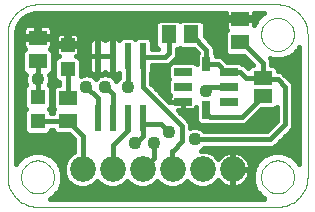
<source format=gtl>
G75*
G70*
%OFA0B0*%
%FSLAX24Y24*%
%IPPOS*%
%LPD*%
%AMOC8*
5,1,8,0,0,1.08239X$1,22.5*
%
%ADD10C,0.0000*%
%ADD11R,0.0591X0.0252*%
%ADD12R,0.0252X0.0591*%
%ADD13R,0.0252X0.0500*%
%ADD14R,0.0236X0.0866*%
%ADD15C,0.0860*%
%ADD16R,0.0500X0.0500*%
%ADD17R,0.0630X0.0512*%
%ADD18R,0.0630X0.0460*%
%ADD19R,0.0512X0.0591*%
%ADD20R,0.0472X0.0472*%
%ADD21R,0.0591X0.0512*%
%ADD22C,0.0160*%
%ADD23C,0.0436*%
D10*
X001440Y000440D02*
X009440Y000440D01*
X008889Y001440D02*
X008891Y001487D01*
X008897Y001533D01*
X008907Y001579D01*
X008920Y001624D01*
X008938Y001667D01*
X008959Y001709D01*
X008983Y001749D01*
X009011Y001786D01*
X009042Y001821D01*
X009076Y001854D01*
X009112Y001883D01*
X009151Y001909D01*
X009192Y001932D01*
X009235Y001951D01*
X009279Y001967D01*
X009324Y001979D01*
X009370Y001987D01*
X009417Y001991D01*
X009463Y001991D01*
X009510Y001987D01*
X009556Y001979D01*
X009601Y001967D01*
X009645Y001951D01*
X009688Y001932D01*
X009729Y001909D01*
X009768Y001883D01*
X009804Y001854D01*
X009838Y001821D01*
X009869Y001786D01*
X009897Y001749D01*
X009921Y001709D01*
X009942Y001667D01*
X009960Y001624D01*
X009973Y001579D01*
X009983Y001533D01*
X009989Y001487D01*
X009991Y001440D01*
X009989Y001393D01*
X009983Y001347D01*
X009973Y001301D01*
X009960Y001256D01*
X009942Y001213D01*
X009921Y001171D01*
X009897Y001131D01*
X009869Y001094D01*
X009838Y001059D01*
X009804Y001026D01*
X009768Y000997D01*
X009729Y000971D01*
X009688Y000948D01*
X009645Y000929D01*
X009601Y000913D01*
X009556Y000901D01*
X009510Y000893D01*
X009463Y000889D01*
X009417Y000889D01*
X009370Y000893D01*
X009324Y000901D01*
X009279Y000913D01*
X009235Y000929D01*
X009192Y000948D01*
X009151Y000971D01*
X009112Y000997D01*
X009076Y001026D01*
X009042Y001059D01*
X009011Y001094D01*
X008983Y001131D01*
X008959Y001171D01*
X008938Y001213D01*
X008920Y001256D01*
X008907Y001301D01*
X008897Y001347D01*
X008891Y001393D01*
X008889Y001440D01*
X009440Y000440D02*
X009500Y000442D01*
X009561Y000447D01*
X009620Y000456D01*
X009679Y000469D01*
X009738Y000485D01*
X009795Y000505D01*
X009850Y000528D01*
X009905Y000555D01*
X009957Y000584D01*
X010008Y000617D01*
X010057Y000653D01*
X010103Y000691D01*
X010147Y000733D01*
X010189Y000777D01*
X010227Y000823D01*
X010263Y000872D01*
X010296Y000923D01*
X010325Y000975D01*
X010352Y001030D01*
X010375Y001085D01*
X010395Y001142D01*
X010411Y001201D01*
X010424Y001260D01*
X010433Y001319D01*
X010438Y001380D01*
X010440Y001440D01*
X010440Y006190D01*
X008889Y006190D02*
X008891Y006237D01*
X008897Y006283D01*
X008907Y006329D01*
X008920Y006374D01*
X008938Y006417D01*
X008959Y006459D01*
X008983Y006499D01*
X009011Y006536D01*
X009042Y006571D01*
X009076Y006604D01*
X009112Y006633D01*
X009151Y006659D01*
X009192Y006682D01*
X009235Y006701D01*
X009279Y006717D01*
X009324Y006729D01*
X009370Y006737D01*
X009417Y006741D01*
X009463Y006741D01*
X009510Y006737D01*
X009556Y006729D01*
X009601Y006717D01*
X009645Y006701D01*
X009688Y006682D01*
X009729Y006659D01*
X009768Y006633D01*
X009804Y006604D01*
X009838Y006571D01*
X009869Y006536D01*
X009897Y006499D01*
X009921Y006459D01*
X009942Y006417D01*
X009960Y006374D01*
X009973Y006329D01*
X009983Y006283D01*
X009989Y006237D01*
X009991Y006190D01*
X009989Y006143D01*
X009983Y006097D01*
X009973Y006051D01*
X009960Y006006D01*
X009942Y005963D01*
X009921Y005921D01*
X009897Y005881D01*
X009869Y005844D01*
X009838Y005809D01*
X009804Y005776D01*
X009768Y005747D01*
X009729Y005721D01*
X009688Y005698D01*
X009645Y005679D01*
X009601Y005663D01*
X009556Y005651D01*
X009510Y005643D01*
X009463Y005639D01*
X009417Y005639D01*
X009370Y005643D01*
X009324Y005651D01*
X009279Y005663D01*
X009235Y005679D01*
X009192Y005698D01*
X009151Y005721D01*
X009112Y005747D01*
X009076Y005776D01*
X009042Y005809D01*
X009011Y005844D01*
X008983Y005881D01*
X008959Y005921D01*
X008938Y005963D01*
X008920Y006006D01*
X008907Y006051D01*
X008897Y006097D01*
X008891Y006143D01*
X008889Y006190D01*
X009440Y007190D02*
X009500Y007188D01*
X009561Y007183D01*
X009620Y007174D01*
X009679Y007161D01*
X009738Y007145D01*
X009795Y007125D01*
X009850Y007102D01*
X009905Y007075D01*
X009957Y007046D01*
X010008Y007013D01*
X010057Y006977D01*
X010103Y006939D01*
X010147Y006897D01*
X010189Y006853D01*
X010227Y006807D01*
X010263Y006758D01*
X010296Y006707D01*
X010325Y006655D01*
X010352Y006600D01*
X010375Y006545D01*
X010395Y006488D01*
X010411Y006429D01*
X010424Y006370D01*
X010433Y006311D01*
X010438Y006250D01*
X010440Y006190D01*
X009440Y007190D02*
X001440Y007190D01*
X001380Y007188D01*
X001319Y007183D01*
X001260Y007174D01*
X001201Y007161D01*
X001142Y007145D01*
X001085Y007125D01*
X001030Y007102D01*
X000975Y007075D01*
X000923Y007046D01*
X000872Y007013D01*
X000823Y006977D01*
X000777Y006939D01*
X000733Y006897D01*
X000691Y006853D01*
X000653Y006807D01*
X000617Y006758D01*
X000584Y006707D01*
X000555Y006655D01*
X000528Y006600D01*
X000505Y006545D01*
X000485Y006488D01*
X000469Y006429D01*
X000456Y006370D01*
X000447Y006311D01*
X000442Y006250D01*
X000440Y006190D01*
X000440Y001440D01*
X000889Y001440D02*
X000891Y001487D01*
X000897Y001533D01*
X000907Y001579D01*
X000920Y001624D01*
X000938Y001667D01*
X000959Y001709D01*
X000983Y001749D01*
X001011Y001786D01*
X001042Y001821D01*
X001076Y001854D01*
X001112Y001883D01*
X001151Y001909D01*
X001192Y001932D01*
X001235Y001951D01*
X001279Y001967D01*
X001324Y001979D01*
X001370Y001987D01*
X001417Y001991D01*
X001463Y001991D01*
X001510Y001987D01*
X001556Y001979D01*
X001601Y001967D01*
X001645Y001951D01*
X001688Y001932D01*
X001729Y001909D01*
X001768Y001883D01*
X001804Y001854D01*
X001838Y001821D01*
X001869Y001786D01*
X001897Y001749D01*
X001921Y001709D01*
X001942Y001667D01*
X001960Y001624D01*
X001973Y001579D01*
X001983Y001533D01*
X001989Y001487D01*
X001991Y001440D01*
X001989Y001393D01*
X001983Y001347D01*
X001973Y001301D01*
X001960Y001256D01*
X001942Y001213D01*
X001921Y001171D01*
X001897Y001131D01*
X001869Y001094D01*
X001838Y001059D01*
X001804Y001026D01*
X001768Y000997D01*
X001729Y000971D01*
X001688Y000948D01*
X001645Y000929D01*
X001601Y000913D01*
X001556Y000901D01*
X001510Y000893D01*
X001463Y000889D01*
X001417Y000889D01*
X001370Y000893D01*
X001324Y000901D01*
X001279Y000913D01*
X001235Y000929D01*
X001192Y000948D01*
X001151Y000971D01*
X001112Y000997D01*
X001076Y001026D01*
X001042Y001059D01*
X001011Y001094D01*
X000983Y001131D01*
X000959Y001171D01*
X000938Y001213D01*
X000920Y001256D01*
X000907Y001301D01*
X000897Y001347D01*
X000891Y001393D01*
X000889Y001440D01*
X000440Y001440D02*
X000442Y001380D01*
X000447Y001319D01*
X000456Y001260D01*
X000469Y001201D01*
X000485Y001142D01*
X000505Y001085D01*
X000528Y001030D01*
X000555Y000975D01*
X000584Y000923D01*
X000617Y000872D01*
X000653Y000823D01*
X000691Y000777D01*
X000733Y000733D01*
X000777Y000691D01*
X000823Y000653D01*
X000872Y000617D01*
X000923Y000584D01*
X000975Y000555D01*
X001030Y000528D01*
X001085Y000505D01*
X001142Y000485D01*
X001201Y000469D01*
X001260Y000456D01*
X001319Y000447D01*
X001380Y000442D01*
X001440Y000440D01*
D11*
X006293Y003943D03*
X006293Y004440D03*
X006293Y004936D03*
X007836Y004936D03*
X007836Y004440D03*
X007836Y003943D03*
D12*
X007065Y003668D03*
D13*
X007068Y005188D03*
D14*
X004940Y005463D03*
X004440Y005463D03*
X003940Y005463D03*
X003440Y005463D03*
X003440Y003416D03*
X003940Y003416D03*
X004440Y003416D03*
X004940Y003416D03*
D15*
X004940Y001690D03*
X005940Y001690D03*
X006940Y001690D03*
X007940Y001690D03*
X003940Y001690D03*
X002940Y001690D03*
D16*
X001440Y003290D03*
X001440Y004090D03*
D17*
X001440Y005296D03*
X001440Y006083D03*
X008190Y005921D03*
X008190Y006708D03*
D18*
X008940Y004740D03*
X008940Y004140D03*
D19*
X006564Y006190D03*
X005816Y006190D03*
D20*
X002440Y005853D03*
X002440Y005026D03*
D21*
X002440Y004064D03*
X002440Y003316D03*
D22*
X002940Y002816D01*
X002940Y001690D01*
X003439Y001299D02*
X003583Y001155D01*
X003814Y001060D01*
X004065Y001060D01*
X004296Y001155D01*
X004439Y001299D01*
X004583Y001155D01*
X004814Y001060D01*
X005065Y001060D01*
X005296Y001155D01*
X005439Y001299D01*
X005583Y001155D01*
X005814Y001060D01*
X006065Y001060D01*
X006296Y001155D01*
X006439Y001299D01*
X006583Y001155D01*
X006814Y001060D01*
X007065Y001060D01*
X007296Y001155D01*
X007471Y001330D01*
X007489Y001305D01*
X007555Y001239D01*
X007630Y001185D01*
X007713Y001143D01*
X007801Y001114D01*
X007893Y001100D01*
X007911Y001100D01*
X007911Y001661D01*
X007968Y001661D01*
X007968Y001718D01*
X007911Y001718D01*
X007911Y002279D01*
X007893Y002279D01*
X007801Y002265D01*
X007713Y002236D01*
X007630Y002194D01*
X007555Y002140D01*
X007489Y002074D01*
X007471Y002049D01*
X007296Y002224D01*
X007065Y002319D01*
X006889Y002319D01*
X006926Y002335D01*
X007001Y002410D01*
X009134Y002410D01*
X009245Y002410D01*
X009348Y002452D01*
X009848Y002952D01*
X009927Y003031D01*
X009969Y003134D01*
X009969Y004384D01*
X009969Y004495D01*
X009927Y004598D01*
X009598Y004927D01*
X009495Y004969D01*
X009454Y004969D01*
X009454Y005052D01*
X009337Y005169D01*
X009219Y005169D01*
X009219Y005308D01*
X009183Y005396D01*
X009274Y005358D01*
X009605Y005358D01*
X009910Y005485D01*
X010144Y005719D01*
X010160Y005756D01*
X010160Y001873D01*
X010144Y001910D01*
X009910Y002144D01*
X009605Y002271D01*
X009274Y002271D01*
X008969Y002144D01*
X008735Y001910D01*
X008608Y001605D01*
X008608Y001274D01*
X008735Y000969D01*
X008969Y000735D01*
X009006Y000719D01*
X001873Y000719D01*
X001910Y000735D01*
X002144Y000969D01*
X002271Y001274D01*
X002271Y001605D01*
X002144Y001910D01*
X001910Y002144D01*
X001605Y002271D01*
X001274Y002271D01*
X000969Y002144D01*
X000735Y001910D01*
X000719Y001873D01*
X000719Y006134D01*
X000719Y006190D01*
X000728Y006302D01*
X000798Y006516D01*
X000930Y006699D01*
X001113Y006831D01*
X001327Y006901D01*
X001439Y006910D01*
X007715Y006910D01*
X007715Y006756D01*
X008141Y006756D01*
X008141Y006660D01*
X007715Y006660D01*
X007715Y006431D01*
X007725Y006391D01*
X007747Y006354D01*
X007758Y006343D01*
X007675Y006260D01*
X007675Y005582D01*
X007792Y005465D01*
X008331Y005465D01*
X008626Y005169D01*
X008542Y005169D01*
X008449Y005076D01*
X008352Y005173D01*
X008268Y005208D01*
X008214Y005262D01*
X007763Y005262D01*
X007600Y005425D01*
X007497Y005468D01*
X007394Y005468D01*
X007394Y005520D01*
X007348Y005566D01*
X007348Y005629D01*
X007348Y005740D01*
X007306Y005843D01*
X007019Y006130D01*
X007019Y006568D01*
X006902Y006685D01*
X006225Y006685D01*
X006189Y006649D01*
X006154Y006685D01*
X005477Y006685D01*
X005360Y006568D01*
X005360Y005811D01*
X005452Y005719D01*
X005258Y005719D01*
X005258Y005979D01*
X005140Y006096D01*
X004739Y006096D01*
X004689Y006047D01*
X004640Y006096D01*
X004239Y006096D01*
X004161Y006019D01*
X004156Y006024D01*
X004119Y006045D01*
X004079Y006056D01*
X003940Y006056D01*
X003940Y005464D01*
X003939Y005464D01*
X003939Y006056D01*
X003800Y006056D01*
X003760Y006045D01*
X003723Y006024D01*
X003693Y005994D01*
X003690Y005988D01*
X003686Y005994D01*
X003656Y006024D01*
X003619Y006045D01*
X003579Y006056D01*
X003440Y006056D01*
X003440Y005464D01*
X003439Y005464D01*
X003439Y006056D01*
X003300Y006056D01*
X003260Y006045D01*
X003223Y006024D01*
X003193Y005994D01*
X003172Y005958D01*
X003161Y005917D01*
X003161Y005463D01*
X003161Y005009D01*
X003172Y004968D01*
X003193Y004932D01*
X003223Y004902D01*
X003260Y004881D01*
X003300Y004870D01*
X003439Y004870D01*
X003439Y005463D01*
X003161Y005463D01*
X003439Y005463D01*
X003439Y005463D01*
X003440Y005463D01*
X003440Y005463D01*
X003718Y005463D01*
X003939Y005463D01*
X003939Y005463D01*
X003718Y005463D01*
X003440Y005463D01*
X003440Y004870D01*
X003579Y004870D01*
X003619Y004881D01*
X003656Y004902D01*
X003686Y004932D01*
X003690Y004939D01*
X003693Y004932D01*
X003723Y004902D01*
X003760Y004881D01*
X003800Y004870D01*
X003939Y004870D01*
X003939Y005463D01*
X003940Y005463D01*
X003940Y004870D01*
X004079Y004870D01*
X004119Y004881D01*
X004156Y004902D01*
X004160Y004906D01*
X004160Y004751D01*
X004085Y004676D01*
X004064Y004627D01*
X004044Y004676D01*
X003926Y004794D01*
X003773Y004858D01*
X003606Y004858D01*
X003453Y004794D01*
X003377Y004718D01*
X003301Y004794D01*
X003148Y004858D01*
X002981Y004858D01*
X002876Y004814D01*
X002876Y005345D01*
X002759Y005462D01*
X002718Y005462D01*
X002737Y005468D01*
X002774Y005489D01*
X002804Y005518D01*
X002825Y005555D01*
X002836Y005596D01*
X002836Y005815D01*
X002478Y005815D01*
X002478Y005891D01*
X002836Y005891D01*
X002836Y006110D01*
X002825Y006151D01*
X002804Y006187D01*
X002774Y006217D01*
X002737Y006238D01*
X002697Y006249D01*
X002478Y006249D01*
X002478Y005891D01*
X002401Y005891D01*
X002401Y005815D01*
X002043Y005815D01*
X002043Y005596D01*
X002054Y005555D01*
X002075Y005518D01*
X002105Y005489D01*
X002142Y005468D01*
X002161Y005462D01*
X002120Y005462D01*
X002003Y005345D01*
X002003Y004707D01*
X002120Y004590D01*
X002160Y004590D01*
X002160Y004519D01*
X002061Y004519D01*
X001944Y004402D01*
X001944Y003725D01*
X001980Y003689D01*
X001944Y003654D01*
X001944Y003569D01*
X001889Y003569D01*
X001889Y003622D01*
X001822Y003689D01*
X001889Y003757D01*
X001889Y004422D01*
X001813Y004499D01*
X001858Y004606D01*
X001858Y004773D01*
X001830Y004840D01*
X001837Y004840D01*
X001954Y004957D01*
X001954Y005635D01*
X001871Y005718D01*
X001882Y005729D01*
X001904Y005766D01*
X001914Y005806D01*
X002043Y005806D01*
X002043Y005891D02*
X002401Y005891D01*
X002401Y006249D01*
X002182Y006249D01*
X002142Y006238D01*
X002105Y006217D01*
X002075Y006187D01*
X002054Y006151D01*
X002043Y006110D01*
X002043Y005891D01*
X002043Y005964D02*
X001914Y005964D01*
X001914Y006035D02*
X001488Y006035D01*
X001488Y006131D01*
X001914Y006131D01*
X001914Y006360D01*
X001904Y006401D01*
X001882Y006437D01*
X001853Y006467D01*
X001816Y006488D01*
X001776Y006499D01*
X001487Y006499D01*
X001487Y006131D01*
X001391Y006131D01*
X001391Y006035D01*
X000965Y006035D01*
X000965Y005806D01*
X000719Y005806D01*
X000719Y005964D02*
X000965Y005964D01*
X000965Y005806D02*
X000975Y005766D01*
X000997Y005729D01*
X001008Y005718D01*
X000925Y005635D01*
X000925Y004957D01*
X001042Y004840D01*
X001049Y004840D01*
X001021Y004773D01*
X001021Y004606D01*
X001066Y004499D01*
X000990Y004422D01*
X000990Y003757D01*
X001057Y003689D01*
X000990Y003622D01*
X000990Y002957D01*
X001107Y002840D01*
X001772Y002840D01*
X001889Y002957D01*
X001889Y003010D01*
X001944Y003010D01*
X001944Y002977D01*
X002061Y002860D01*
X002499Y002860D01*
X002660Y002700D01*
X002660Y002255D01*
X002583Y002224D01*
X002405Y002046D01*
X002310Y001815D01*
X002310Y001564D01*
X002405Y001333D01*
X002583Y001155D01*
X002814Y001060D01*
X003065Y001060D01*
X003296Y001155D01*
X003439Y001299D01*
X003349Y001208D02*
X003530Y001208D01*
X003940Y001690D02*
X003940Y002502D01*
X004190Y002752D01*
X004283Y002846D01*
X004440Y003002D01*
X004440Y003416D01*
X003940Y003416D02*
X003940Y004190D01*
X003690Y004440D01*
X004024Y004696D02*
X004105Y004696D01*
X004160Y004854D02*
X003780Y004854D01*
X003599Y004854D02*
X003155Y004854D01*
X003161Y005013D02*
X002876Y005013D01*
X002876Y005171D02*
X003161Y005171D01*
X003161Y005330D02*
X002876Y005330D01*
X002774Y005489D02*
X003161Y005489D01*
X003439Y005489D02*
X003440Y005489D01*
X003439Y005330D02*
X003440Y005330D01*
X003439Y005171D02*
X003440Y005171D01*
X003439Y005013D02*
X003440Y005013D01*
X002974Y004854D02*
X002876Y004854D01*
X002440Y005026D02*
X002440Y004064D01*
X001944Y004062D02*
X001889Y004062D01*
X001889Y004220D02*
X001944Y004220D01*
X001944Y004379D02*
X001889Y004379D01*
X001829Y004537D02*
X002160Y004537D01*
X002015Y004696D02*
X001858Y004696D01*
X001852Y004854D02*
X002003Y004854D01*
X002003Y005013D02*
X001954Y005013D01*
X001954Y005171D02*
X002003Y005171D01*
X002003Y005330D02*
X001954Y005330D01*
X001954Y005489D02*
X002105Y005489D01*
X002043Y005647D02*
X001942Y005647D01*
X001914Y005806D02*
X001914Y006035D01*
X002047Y006123D02*
X001488Y006123D01*
X001391Y006123D02*
X000719Y006123D01*
X000727Y006281D02*
X000965Y006281D01*
X000965Y006360D02*
X000965Y006131D01*
X001391Y006131D01*
X001391Y006499D01*
X001103Y006499D01*
X001063Y006488D01*
X001026Y006467D01*
X000997Y006437D01*
X000975Y006401D01*
X000965Y006360D01*
X000999Y006440D02*
X000773Y006440D01*
X000857Y006598D02*
X005390Y006598D01*
X005360Y006440D02*
X001880Y006440D01*
X001914Y006281D02*
X005360Y006281D01*
X005360Y006123D02*
X002832Y006123D01*
X002836Y005964D02*
X003176Y005964D01*
X003161Y005806D02*
X002836Y005806D01*
X002836Y005647D02*
X003161Y005647D01*
X003439Y005647D02*
X003440Y005647D01*
X003439Y005806D02*
X003440Y005806D01*
X003439Y005964D02*
X003440Y005964D01*
X003939Y005964D02*
X003940Y005964D01*
X003939Y005806D02*
X003940Y005806D01*
X003939Y005647D02*
X003940Y005647D01*
X003939Y005489D02*
X003940Y005489D01*
X003939Y005330D02*
X003940Y005330D01*
X003939Y005171D02*
X003940Y005171D01*
X003939Y005013D02*
X003940Y005013D01*
X004440Y005463D02*
X004440Y004440D01*
X004940Y004440D02*
X006252Y003127D01*
X006252Y002627D01*
X005940Y002315D01*
X005939Y002315D01*
X005940Y001690D01*
X005315Y002065D02*
X005315Y002565D01*
X004940Y002815D02*
X004690Y002565D01*
X004940Y002815D02*
X004940Y003190D01*
X005565Y003190D01*
X005815Y002940D01*
X006347Y003427D02*
X006739Y003427D01*
X006739Y003290D02*
X006856Y003173D01*
X007102Y003173D01*
X007134Y003160D01*
X008184Y003160D01*
X008295Y003160D01*
X008398Y003202D01*
X008905Y003710D01*
X009337Y003710D01*
X009410Y003782D01*
X009410Y003305D01*
X009074Y002969D01*
X007001Y002969D01*
X006926Y003044D01*
X006773Y003108D01*
X006606Y003108D01*
X006532Y003077D01*
X006532Y003183D01*
X006489Y003286D01*
X006411Y003364D01*
X006411Y003364D01*
X006117Y003657D01*
X006293Y003657D01*
X006609Y003657D01*
X006650Y003668D01*
X006686Y003689D01*
X006716Y003719D01*
X006737Y003756D01*
X006739Y003761D01*
X006739Y003290D01*
X006759Y003269D02*
X006496Y003269D01*
X006532Y003110D02*
X009214Y003110D01*
X009373Y003269D02*
X008465Y003269D01*
X008623Y003427D02*
X009410Y003427D01*
X009410Y003586D02*
X008782Y003586D01*
X008240Y003440D02*
X008940Y004140D01*
X009372Y003745D02*
X009410Y003745D01*
X009969Y003745D02*
X010160Y003745D01*
X010160Y003903D02*
X009969Y003903D01*
X009969Y004062D02*
X010160Y004062D01*
X010160Y004220D02*
X009969Y004220D01*
X009969Y004379D02*
X010160Y004379D01*
X010160Y004537D02*
X009952Y004537D01*
X009829Y004696D02*
X010160Y004696D01*
X010160Y004854D02*
X009671Y004854D01*
X009454Y005013D02*
X010160Y005013D01*
X010160Y005171D02*
X009219Y005171D01*
X009210Y005330D02*
X010160Y005330D01*
X010160Y005489D02*
X009914Y005489D01*
X010073Y005647D02*
X010160Y005647D01*
X008940Y005252D02*
X008940Y004740D01*
X008990Y004690D01*
X009440Y004690D01*
X009690Y004440D01*
X009690Y003190D01*
X009190Y002690D01*
X006690Y002690D01*
X007069Y002318D02*
X010160Y002318D01*
X010160Y002476D02*
X009372Y002476D01*
X009531Y002635D02*
X010160Y002635D01*
X010160Y002793D02*
X009689Y002793D01*
X009848Y002952D02*
X010160Y002952D01*
X010160Y003110D02*
X009960Y003110D01*
X009969Y003269D02*
X010160Y003269D01*
X010160Y003427D02*
X009969Y003427D01*
X009969Y003586D02*
X010160Y003586D01*
X008940Y004740D02*
X008390Y004740D01*
X008193Y004936D01*
X007836Y004936D01*
X007832Y004940D01*
X007690Y004940D01*
X007441Y005188D01*
X007068Y005188D01*
X007068Y005685D01*
X006564Y006190D01*
X007019Y006281D02*
X007696Y006281D01*
X007675Y006123D02*
X007026Y006123D01*
X007185Y005964D02*
X007675Y005964D01*
X007675Y005806D02*
X007321Y005806D01*
X007348Y005647D02*
X007675Y005647D01*
X007768Y005489D02*
X007394Y005489D01*
X007695Y005330D02*
X008466Y005330D01*
X008354Y005171D02*
X008624Y005171D01*
X008940Y005252D02*
X008315Y005877D01*
X008252Y005877D01*
X008296Y005921D01*
X008190Y005921D01*
X007715Y006440D02*
X007019Y006440D01*
X006989Y006598D02*
X007715Y006598D01*
X007715Y006757D02*
X001011Y006757D01*
X001391Y006440D02*
X001487Y006440D01*
X001487Y006281D02*
X001391Y006281D01*
X000937Y005647D02*
X000719Y005647D01*
X000719Y005489D02*
X000925Y005489D01*
X000925Y005330D02*
X000719Y005330D01*
X000719Y005171D02*
X000925Y005171D01*
X000925Y005013D02*
X000719Y005013D01*
X000719Y004854D02*
X001027Y004854D01*
X001021Y004696D02*
X000719Y004696D01*
X000719Y004537D02*
X001050Y004537D01*
X000990Y004379D02*
X000719Y004379D01*
X000719Y004220D02*
X000990Y004220D01*
X000990Y004062D02*
X000719Y004062D01*
X000719Y003903D02*
X000990Y003903D01*
X001002Y003745D02*
X000719Y003745D01*
X000719Y003586D02*
X000990Y003586D01*
X000990Y003427D02*
X000719Y003427D01*
X000719Y003269D02*
X000990Y003269D01*
X000990Y003110D02*
X000719Y003110D01*
X000719Y002952D02*
X000994Y002952D01*
X000719Y002793D02*
X002566Y002793D01*
X002660Y002635D02*
X000719Y002635D01*
X000719Y002476D02*
X002660Y002476D01*
X002660Y002318D02*
X000719Y002318D01*
X000719Y002159D02*
X001005Y002159D01*
X000825Y002001D02*
X000719Y002001D01*
X001874Y002159D02*
X002518Y002159D01*
X002386Y002001D02*
X002054Y002001D01*
X002172Y001842D02*
X002321Y001842D01*
X002310Y001684D02*
X002238Y001684D01*
X002271Y001525D02*
X002326Y001525D01*
X002271Y001366D02*
X002391Y001366D01*
X002530Y001208D02*
X002243Y001208D01*
X002178Y001049D02*
X008701Y001049D01*
X008636Y001208D02*
X008280Y001208D01*
X008249Y001185D02*
X008166Y001143D01*
X008078Y001114D01*
X007986Y001100D01*
X007968Y001099D01*
X007968Y001661D01*
X008529Y001661D01*
X008529Y001643D01*
X008515Y001551D01*
X008486Y001463D01*
X008444Y001380D01*
X008390Y001305D01*
X008324Y001239D01*
X008249Y001185D01*
X008434Y001366D02*
X008608Y001366D01*
X008608Y001525D02*
X008506Y001525D01*
X008529Y001718D02*
X008529Y001736D01*
X008515Y001828D01*
X008486Y001916D01*
X008444Y001999D01*
X008390Y002074D01*
X008324Y002140D01*
X008249Y002194D01*
X008166Y002236D01*
X008078Y002265D01*
X007986Y002279D01*
X007968Y002279D01*
X007968Y001718D01*
X008529Y001718D01*
X008641Y001684D02*
X007968Y001684D01*
X007968Y001842D02*
X007911Y001842D01*
X007911Y002001D02*
X007968Y002001D01*
X007968Y002159D02*
X007911Y002159D01*
X007582Y002159D02*
X007361Y002159D01*
X007911Y001525D02*
X007968Y001525D01*
X007968Y001366D02*
X007911Y001366D01*
X007911Y001208D02*
X007968Y001208D01*
X007599Y001208D02*
X007349Y001208D01*
X006530Y001208D02*
X006349Y001208D01*
X005530Y001208D02*
X005349Y001208D01*
X004940Y001690D02*
X005315Y002065D01*
X004530Y001208D02*
X004349Y001208D01*
X002066Y000891D02*
X008813Y000891D01*
X008975Y000732D02*
X001904Y000732D01*
X001885Y002952D02*
X001969Y002952D01*
X002414Y003290D02*
X001440Y003290D01*
X001889Y003586D02*
X001944Y003586D01*
X001944Y003745D02*
X001877Y003745D01*
X001889Y003903D02*
X001944Y003903D01*
X001440Y004090D02*
X001440Y004690D01*
X001440Y005296D01*
X002401Y005964D02*
X002478Y005964D01*
X002478Y006123D02*
X002401Y006123D01*
X003065Y004440D02*
X003440Y004065D01*
X003440Y003416D01*
X002440Y003316D02*
X002414Y003290D01*
X004940Y003190D02*
X004940Y003416D01*
X005838Y003937D02*
X005219Y004555D01*
X005219Y004909D01*
X005258Y004947D01*
X005258Y005160D01*
X005745Y005160D01*
X005848Y005202D01*
X005927Y005281D01*
X006053Y005407D01*
X006095Y005510D01*
X006095Y005621D01*
X006095Y005694D01*
X006154Y005694D01*
X006189Y005730D01*
X006225Y005694D01*
X006663Y005694D01*
X006788Y005569D01*
X006788Y005566D01*
X006742Y005520D01*
X006742Y005190D01*
X006671Y005262D01*
X005915Y005262D01*
X005798Y005144D01*
X005798Y004727D01*
X005837Y004688D01*
X005798Y004648D01*
X005798Y004231D01*
X005866Y004162D01*
X005849Y004131D01*
X005838Y004091D01*
X005838Y003944D01*
X006292Y003944D01*
X006292Y003943D01*
X005838Y003943D01*
X005838Y003937D01*
X005838Y004062D02*
X005713Y004062D01*
X005808Y004220D02*
X005555Y004220D01*
X005396Y004379D02*
X005798Y004379D01*
X005798Y004537D02*
X005238Y004537D01*
X005219Y004696D02*
X005829Y004696D01*
X005798Y004854D02*
X005219Y004854D01*
X005258Y005013D02*
X005798Y005013D01*
X005774Y005171D02*
X005825Y005171D01*
X005976Y005330D02*
X006742Y005330D01*
X006742Y005489D02*
X006087Y005489D01*
X005816Y005566D02*
X005690Y005440D01*
X004963Y005440D01*
X004940Y005463D01*
X004940Y004440D01*
X006189Y003586D02*
X006739Y003586D01*
X006731Y003745D02*
X006739Y003745D01*
X007065Y003668D02*
X007065Y003565D01*
X007190Y003440D01*
X008240Y003440D01*
X007190Y004440D02*
X007065Y004315D01*
X007190Y004440D02*
X007836Y004440D01*
X006293Y003943D02*
X006293Y003657D01*
X006293Y003943D01*
X006293Y003943D01*
X006293Y003903D02*
X006293Y003903D01*
X006293Y003745D02*
X006293Y003745D01*
X008297Y002159D02*
X009005Y002159D01*
X008825Y002001D02*
X008443Y002001D01*
X008510Y001842D02*
X008707Y001842D01*
X009874Y002159D02*
X010160Y002159D01*
X010160Y002001D02*
X010054Y002001D01*
X005816Y005566D02*
X005816Y006190D01*
X005360Y005964D02*
X005258Y005964D01*
X005258Y005806D02*
X005365Y005806D01*
X006095Y005647D02*
X006710Y005647D01*
X008238Y006660D02*
X008238Y006756D01*
X008664Y006756D01*
X008664Y006910D01*
X009006Y006910D01*
X008969Y006894D01*
X008735Y006660D01*
X008664Y006490D01*
X008664Y006660D01*
X008238Y006660D01*
X008664Y006598D02*
X008709Y006598D01*
X008664Y006757D02*
X008831Y006757D01*
D23*
X007065Y004315D03*
X005815Y002940D03*
X005315Y002565D03*
X004690Y002565D03*
X006690Y002690D03*
X008940Y003315D03*
X004440Y004440D03*
X003690Y004440D03*
X003065Y004440D03*
X001440Y004690D03*
X001440Y006690D03*
M02*

</source>
